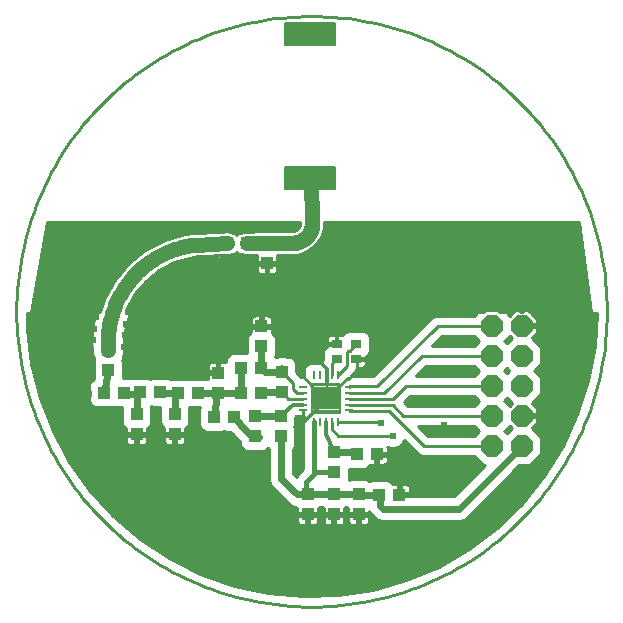
<source format=gtl>
G75*
%MOIN*%
%OFA0B0*%
%FSLAX25Y25*%
%IPPOS*%
%LPD*%
%AMOC8*
5,1,8,0,0,1.08239X$1,22.5*
%
%ADD10C,0.01000*%
%ADD11R,0.02756X0.00984*%
%ADD12R,0.00984X0.02756*%
%ADD13C,0.00700*%
%ADD14R,0.05000X0.02500*%
%ADD15C,0.00600*%
%ADD16OC8,0.07400*%
%ADD17R,0.04331X0.03937*%
%ADD18R,0.03937X0.04331*%
%ADD19R,0.03543X0.03150*%
%ADD20C,0.02381*%
%ADD21C,0.01200*%
%ADD22C,0.02400*%
%ADD23C,0.01600*%
%ADD24C,0.04961*%
D10*
X0033746Y0031676D02*
X0025861Y0040325D01*
X0019100Y0049877D01*
X0013563Y0060187D01*
X0009335Y0071100D01*
X0006481Y0082450D01*
X0005042Y0094064D01*
X0005042Y0099475D01*
X0027877Y0099475D01*
X0027290Y0097623D01*
X0026469Y0090203D01*
X0026469Y0090203D01*
X0026790Y0086484D01*
X0026882Y0085425D01*
X0027282Y0084654D01*
X0027282Y0084209D01*
X0027536Y0083597D01*
X0027282Y0082985D01*
X0027282Y0077516D01*
X0027351Y0077349D01*
X0026965Y0077189D01*
X0026160Y0076384D01*
X0025724Y0075332D01*
X0025724Y0070256D01*
X0026160Y0069204D01*
X0026965Y0068399D01*
X0028017Y0067963D01*
X0033486Y0067963D01*
X0034098Y0068217D01*
X0034710Y0067963D01*
X0036735Y0067963D01*
X0036735Y0062874D01*
X0037171Y0061822D01*
X0037976Y0061017D01*
X0038097Y0060967D01*
X0038097Y0059400D01*
X0041081Y0059400D01*
X0041081Y0058432D01*
X0038097Y0058432D01*
X0038097Y0056553D01*
X0038199Y0056172D01*
X0038397Y0055830D01*
X0038676Y0055550D01*
X0039018Y0055353D01*
X0039400Y0055251D01*
X0041081Y0055251D01*
X0041081Y0058432D01*
X0042050Y0058432D01*
X0042050Y0059400D01*
X0045034Y0059400D01*
X0045034Y0060967D01*
X0045155Y0061017D01*
X0045961Y0061822D01*
X0046396Y0062874D01*
X0046396Y0068271D01*
X0046810Y0068100D01*
X0049483Y0068100D01*
X0049483Y0062874D01*
X0049919Y0061822D01*
X0050724Y0061017D01*
X0050845Y0060967D01*
X0050845Y0059400D01*
X0053829Y0059400D01*
X0053829Y0058432D01*
X0050845Y0058432D01*
X0050845Y0056553D01*
X0050947Y0056172D01*
X0051145Y0055830D01*
X0051424Y0055550D01*
X0051766Y0055353D01*
X0052148Y0055251D01*
X0053829Y0055251D01*
X0053829Y0058432D01*
X0054798Y0058432D01*
X0054798Y0059400D01*
X0057782Y0059400D01*
X0057782Y0060967D01*
X0057904Y0061017D01*
X0058709Y0061822D01*
X0059144Y0062874D01*
X0059144Y0067916D01*
X0059210Y0067889D01*
X0062690Y0067889D01*
X0062424Y0067246D01*
X0062424Y0062170D01*
X0062860Y0061118D01*
X0063665Y0060313D01*
X0064717Y0059877D01*
X0070186Y0059877D01*
X0070798Y0060131D01*
X0071410Y0059877D01*
X0072773Y0059877D01*
X0073125Y0059525D01*
X0073504Y0059060D01*
X0073692Y0058958D01*
X0076190Y0056460D01*
X0076190Y0055516D01*
X0076626Y0054464D01*
X0077431Y0053659D01*
X0078483Y0053223D01*
X0083559Y0053223D01*
X0084611Y0053659D01*
X0085327Y0054375D01*
X0085613Y0054089D01*
X0085653Y0050147D01*
X0085653Y0043372D01*
X0086272Y0041879D01*
X0087414Y0040736D01*
X0092650Y0035500D01*
X0094143Y0034881D01*
X0094490Y0034881D01*
X0095019Y0034352D01*
X0095140Y0034302D01*
X0095140Y0032735D01*
X0098125Y0032735D01*
X0098125Y0031766D01*
X0099093Y0031766D01*
X0099093Y0028585D01*
X0100775Y0028585D01*
X0101156Y0028688D01*
X0101499Y0028885D01*
X0101778Y0029164D01*
X0101975Y0029506D01*
X0102077Y0029888D01*
X0102077Y0031766D01*
X0099093Y0031766D01*
X0099093Y0032735D01*
X0102077Y0032735D01*
X0102077Y0034302D01*
X0102199Y0034352D01*
X0102728Y0034881D01*
X0103238Y0034881D01*
X0103767Y0034352D01*
X0103889Y0034302D01*
X0103889Y0032735D01*
X0106873Y0032735D01*
X0106873Y0031766D01*
X0107841Y0031766D01*
X0107841Y0028585D01*
X0109523Y0028585D01*
X0109905Y0028688D01*
X0110247Y0028885D01*
X0110526Y0029164D01*
X0110723Y0029506D01*
X0110826Y0029888D01*
X0110826Y0031766D01*
X0107841Y0031766D01*
X0107841Y0032735D01*
X0110826Y0032735D01*
X0110826Y0034302D01*
X0110947Y0034352D01*
X0111476Y0034881D01*
X0111486Y0034881D01*
X0112015Y0034352D01*
X0112137Y0034302D01*
X0112137Y0032735D01*
X0115121Y0032735D01*
X0115121Y0031766D01*
X0116089Y0031766D01*
X0116089Y0028585D01*
X0117771Y0028585D01*
X0118153Y0028688D01*
X0118495Y0028885D01*
X0118774Y0029164D01*
X0118971Y0029506D01*
X0119074Y0029888D01*
X0119074Y0031766D01*
X0116089Y0031766D01*
X0116089Y0032735D01*
X0119074Y0032735D01*
X0119074Y0033357D01*
X0119272Y0032879D01*
X0120414Y0031736D01*
X0121414Y0030736D01*
X0122907Y0030118D01*
X0149736Y0030118D01*
X0151229Y0030736D01*
X0169118Y0048626D01*
X0172654Y0048626D01*
X0176498Y0052470D01*
X0176498Y0057906D01*
X0173253Y0061151D01*
X0175136Y0063034D01*
X0175136Y0064688D01*
X0170436Y0064688D01*
X0170436Y0065688D01*
X0175136Y0065688D01*
X0175136Y0067342D01*
X0173253Y0069224D01*
X0176498Y0072470D01*
X0176498Y0077906D01*
X0174216Y0080188D01*
X0176498Y0082470D01*
X0176498Y0087906D01*
X0173253Y0091151D01*
X0175136Y0093034D01*
X0175136Y0094688D01*
X0170436Y0094688D01*
X0170436Y0095688D01*
X0175136Y0095688D01*
X0175136Y0097342D01*
X0173002Y0099475D01*
X0194943Y0099475D01*
X0194250Y0088235D01*
X0194249Y0088235D01*
X0192099Y0076731D01*
X0188551Y0065579D01*
X0183660Y0054947D01*
X0177499Y0044996D01*
X0170162Y0035879D01*
X0161760Y0027732D01*
X0152421Y0020679D01*
X0142285Y0014827D01*
X0131508Y0010266D01*
X0120251Y0007063D01*
X0108687Y0005268D01*
X0096989Y0004907D01*
X0085336Y0005987D01*
X0073903Y0008491D01*
X0062865Y0012380D01*
X0052389Y0017597D01*
X0042633Y0024061D01*
X0033746Y0031676D01*
X0033776Y0031650D02*
X0095140Y0031650D01*
X0095140Y0031766D02*
X0095140Y0029888D01*
X0095243Y0029506D01*
X0095440Y0029164D01*
X0095719Y0028885D01*
X0096062Y0028688D01*
X0096443Y0028585D01*
X0098125Y0028585D01*
X0098125Y0031766D01*
X0095140Y0031766D01*
X0095140Y0030652D02*
X0034941Y0030652D01*
X0036107Y0029653D02*
X0095203Y0029653D01*
X0096185Y0028655D02*
X0037272Y0028655D01*
X0038438Y0027656D02*
X0161660Y0027656D01*
X0162712Y0028655D02*
X0118029Y0028655D01*
X0119011Y0029653D02*
X0163741Y0029653D01*
X0164771Y0030652D02*
X0151025Y0030652D01*
X0152143Y0031650D02*
X0165801Y0031650D01*
X0166831Y0032649D02*
X0153141Y0032649D01*
X0154140Y0033647D02*
X0167860Y0033647D01*
X0168890Y0034646D02*
X0155138Y0034646D01*
X0156137Y0035644D02*
X0169920Y0035644D01*
X0170162Y0035879D02*
X0170162Y0035879D01*
X0170777Y0036643D02*
X0157135Y0036643D01*
X0158134Y0037641D02*
X0171580Y0037641D01*
X0172384Y0038640D02*
X0159133Y0038640D01*
X0160131Y0039638D02*
X0173187Y0039638D01*
X0173991Y0040637D02*
X0161130Y0040637D01*
X0162128Y0041635D02*
X0174794Y0041635D01*
X0175597Y0042634D02*
X0163127Y0042634D01*
X0164125Y0043632D02*
X0176401Y0043632D01*
X0177204Y0044631D02*
X0165124Y0044631D01*
X0166122Y0045629D02*
X0177891Y0045629D01*
X0178509Y0046628D02*
X0167121Y0046628D01*
X0168119Y0047626D02*
X0179127Y0047626D01*
X0179745Y0048625D02*
X0169118Y0048625D01*
X0173652Y0049623D02*
X0180364Y0049623D01*
X0180982Y0050622D02*
X0174650Y0050622D01*
X0175649Y0051620D02*
X0181600Y0051620D01*
X0182218Y0052619D02*
X0176498Y0052619D01*
X0176498Y0053617D02*
X0182837Y0053617D01*
X0183455Y0054616D02*
X0176498Y0054616D01*
X0176498Y0055614D02*
X0183967Y0055614D01*
X0184426Y0056613D02*
X0176498Y0056613D01*
X0176498Y0057611D02*
X0184886Y0057611D01*
X0185345Y0058610D02*
X0175794Y0058610D01*
X0174795Y0059608D02*
X0185804Y0059608D01*
X0186264Y0060607D02*
X0173797Y0060607D01*
X0173707Y0061605D02*
X0186723Y0061605D01*
X0187183Y0062604D02*
X0174706Y0062604D01*
X0175136Y0063602D02*
X0187642Y0063602D01*
X0188101Y0064601D02*
X0175136Y0064601D01*
X0175136Y0066598D02*
X0188875Y0066598D01*
X0188558Y0065599D02*
X0170436Y0065599D01*
X0173882Y0068595D02*
X0189511Y0068595D01*
X0189828Y0069594D02*
X0173622Y0069594D01*
X0174620Y0070592D02*
X0190146Y0070592D01*
X0190464Y0071591D02*
X0175619Y0071591D01*
X0176498Y0072589D02*
X0190781Y0072589D01*
X0191099Y0073588D02*
X0176498Y0073588D01*
X0176498Y0074586D02*
X0191417Y0074586D01*
X0191734Y0075585D02*
X0176498Y0075585D01*
X0176498Y0076583D02*
X0192052Y0076583D01*
X0192258Y0077582D02*
X0176498Y0077582D01*
X0175824Y0078580D02*
X0192445Y0078580D01*
X0192631Y0079579D02*
X0174825Y0079579D01*
X0174606Y0080577D02*
X0192818Y0080577D01*
X0193005Y0081576D02*
X0175604Y0081576D01*
X0176498Y0082574D02*
X0193191Y0082574D01*
X0193378Y0083573D02*
X0176498Y0083573D01*
X0176498Y0084571D02*
X0193565Y0084571D01*
X0193751Y0085570D02*
X0176498Y0085570D01*
X0176498Y0086568D02*
X0193938Y0086568D01*
X0194125Y0087567D02*
X0176498Y0087567D01*
X0175839Y0088565D02*
X0194270Y0088565D01*
X0194331Y0089564D02*
X0174840Y0089564D01*
X0173842Y0090562D02*
X0194393Y0090562D01*
X0194455Y0091561D02*
X0173663Y0091561D01*
X0174661Y0092559D02*
X0194516Y0092559D01*
X0194578Y0093558D02*
X0175136Y0093558D01*
X0175136Y0094556D02*
X0194639Y0094556D01*
X0194701Y0095555D02*
X0170436Y0095555D01*
X0170436Y0099869D02*
X0169436Y0099869D01*
X0169436Y0100388D01*
X0167782Y0100388D01*
X0167263Y0099869D01*
X0162586Y0099869D01*
X0162083Y0100372D01*
X0157788Y0100372D01*
X0157285Y0099869D01*
X0037908Y0099869D01*
X0038267Y0101003D01*
X0040969Y0105914D01*
X0044576Y0110203D01*
X0048952Y0113706D01*
X0053926Y0116289D01*
X0059309Y0117851D01*
X0062046Y0118223D01*
X0072539Y0118650D01*
X0073569Y0119126D01*
X0074370Y0119126D01*
X0074937Y0119693D01*
X0075503Y0119126D01*
X0076231Y0119126D01*
X0077565Y0118601D01*
X0081666Y0118674D01*
X0081585Y0118369D01*
X0081585Y0116490D01*
X0084569Y0116490D01*
X0084569Y0115522D01*
X0081585Y0115522D01*
X0081585Y0113643D01*
X0081687Y0113262D01*
X0081884Y0112919D01*
X0082164Y0112640D01*
X0082506Y0112443D01*
X0082887Y0112340D01*
X0084569Y0112340D01*
X0084569Y0115522D01*
X0085537Y0115522D01*
X0085537Y0116490D01*
X0088522Y0116490D01*
X0088522Y0118369D01*
X0088419Y0118750D01*
X0088413Y0118762D01*
X0092876Y0118799D01*
X0092888Y0118794D01*
X0093663Y0118805D01*
X0094439Y0118812D01*
X0094452Y0118817D01*
X0095348Y0118830D01*
X0095348Y0118830D01*
X0098512Y0119911D01*
X0098513Y0119911D01*
X0101188Y0121916D01*
X0101188Y0121916D01*
X0101188Y0121916D01*
X0103112Y0124650D01*
X0103112Y0124651D01*
X0104098Y0127845D01*
X0104098Y0127845D01*
X0104085Y0128752D01*
X0104093Y0128773D01*
X0104073Y0129540D01*
X0104069Y0129774D01*
X0188958Y0129774D01*
X0193070Y0099869D01*
X0172609Y0099869D01*
X0172090Y0100388D01*
X0170436Y0100388D01*
X0170436Y0099869D01*
X0166869Y0099475D02*
X0165899Y0098505D01*
X0164929Y0099475D01*
X0166869Y0099475D01*
X0165944Y0098550D02*
X0165853Y0098550D01*
X0159936Y0095188D02*
X0141932Y0095188D01*
X0121810Y0075066D01*
X0112770Y0075066D01*
X0112495Y0074790D01*
X0112495Y0072822D02*
X0112613Y0072703D01*
X0124172Y0072703D01*
X0136656Y0085188D01*
X0159936Y0085188D01*
X0164840Y0089564D02*
X0165031Y0089564D01*
X0164936Y0089468D02*
X0164216Y0090188D01*
X0165899Y0091871D01*
X0166619Y0091151D01*
X0164936Y0089468D01*
X0164591Y0090562D02*
X0166030Y0090562D01*
X0166209Y0091561D02*
X0165589Y0091561D01*
X0155655Y0090188D02*
X0154018Y0088550D01*
X0140049Y0088550D01*
X0143324Y0091826D01*
X0154018Y0091826D01*
X0155655Y0090188D01*
X0155281Y0090562D02*
X0142061Y0090562D01*
X0141063Y0089564D02*
X0155031Y0089564D01*
X0154033Y0088565D02*
X0140064Y0088565D01*
X0143060Y0091561D02*
X0154282Y0091561D01*
X0154018Y0098550D02*
X0141263Y0098550D01*
X0140027Y0098038D01*
X0120417Y0078428D01*
X0112998Y0078428D01*
X0114424Y0079854D01*
X0114936Y0081090D01*
X0114936Y0083829D01*
X0115011Y0083829D01*
X0115011Y0084404D01*
X0117995Y0084404D01*
X0117995Y0084987D01*
X0118116Y0085037D01*
X0118921Y0085842D01*
X0119357Y0086894D01*
X0119357Y0091182D01*
X0118921Y0092234D01*
X0118116Y0093039D01*
X0117064Y0093475D01*
X0112382Y0093475D01*
X0111330Y0093039D01*
X0110525Y0092234D01*
X0110447Y0092046D01*
X0110196Y0092113D01*
X0108515Y0092113D01*
X0108515Y0089326D01*
X0107940Y0089326D01*
X0107940Y0092113D01*
X0106258Y0092113D01*
X0105876Y0092011D01*
X0105534Y0091813D01*
X0105255Y0091534D01*
X0105058Y0091192D01*
X0104955Y0090810D01*
X0104955Y0089326D01*
X0107940Y0089326D01*
X0107940Y0088751D01*
X0104955Y0088751D01*
X0104955Y0088168D01*
X0104834Y0088118D01*
X0104029Y0087313D01*
X0103593Y0086261D01*
X0103593Y0083893D01*
X0103326Y0083246D01*
X0103326Y0082869D01*
X0099721Y0082869D01*
X0098669Y0082433D01*
X0097864Y0081628D01*
X0097428Y0080576D01*
X0097428Y0078144D01*
X0096281Y0078144D01*
X0095620Y0078806D01*
X0094865Y0079561D01*
X0094865Y0082371D01*
X0094429Y0083423D01*
X0093624Y0084228D01*
X0092572Y0084664D01*
X0091801Y0084664D01*
X0090794Y0085081D01*
X0089456Y0085081D01*
X0088448Y0084664D01*
X0087603Y0084664D01*
X0087955Y0085516D01*
X0087955Y0090985D01*
X0087520Y0092037D01*
X0086715Y0092843D01*
X0086593Y0092893D01*
X0086593Y0094459D01*
X0083609Y0094459D01*
X0083609Y0095428D01*
X0082640Y0095428D01*
X0082640Y0094459D01*
X0079656Y0094459D01*
X0079656Y0092893D01*
X0079535Y0092843D01*
X0078730Y0092037D01*
X0078294Y0090985D01*
X0078294Y0085904D01*
X0073551Y0085904D01*
X0072499Y0085469D01*
X0071694Y0084663D01*
X0071259Y0083611D01*
X0071259Y0083009D01*
X0070884Y0083109D01*
X0069203Y0083109D01*
X0069203Y0079928D01*
X0068234Y0079928D01*
X0068234Y0078959D01*
X0065250Y0078959D01*
X0065250Y0077393D01*
X0065154Y0077353D01*
X0064679Y0077550D01*
X0059210Y0077550D01*
X0058598Y0077297D01*
X0057986Y0077550D01*
X0052789Y0077550D01*
X0052279Y0077761D01*
X0046810Y0077761D01*
X0046198Y0077508D01*
X0045586Y0077761D01*
X0040117Y0077761D01*
X0039788Y0077625D01*
X0036944Y0077625D01*
X0036944Y0082985D01*
X0036690Y0083597D01*
X0036944Y0084209D01*
X0036944Y0084501D01*
X0037527Y0086344D01*
X0037436Y0087403D01*
X0037337Y0090072D01*
X0037924Y0095374D01*
X0039222Y0099475D01*
X0154943Y0099475D01*
X0154018Y0098550D01*
X0085510Y0098550D01*
X0085672Y0098507D02*
X0085291Y0098609D01*
X0083609Y0098609D01*
X0083609Y0095428D01*
X0086593Y0095428D01*
X0086593Y0097306D01*
X0086491Y0097688D01*
X0086294Y0098030D01*
X0086014Y0098309D01*
X0085672Y0098507D01*
X0086527Y0097552D02*
X0139541Y0097552D01*
X0138543Y0096553D02*
X0086593Y0096553D01*
X0086593Y0095555D02*
X0137544Y0095555D01*
X0136546Y0094556D02*
X0083609Y0094556D01*
X0082640Y0094556D02*
X0037833Y0094556D01*
X0037723Y0093558D02*
X0079656Y0093558D01*
X0079252Y0092559D02*
X0037612Y0092559D01*
X0037502Y0091561D02*
X0078532Y0091561D01*
X0078294Y0090562D02*
X0037391Y0090562D01*
X0037356Y0089564D02*
X0078294Y0089564D01*
X0078294Y0088565D02*
X0037393Y0088565D01*
X0037430Y0087567D02*
X0078294Y0087567D01*
X0078294Y0086568D02*
X0037508Y0086568D01*
X0037282Y0085570D02*
X0072744Y0085570D01*
X0071656Y0084571D02*
X0036966Y0084571D01*
X0036700Y0083573D02*
X0071259Y0083573D01*
X0069203Y0082574D02*
X0068234Y0082574D01*
X0068234Y0083109D02*
X0066552Y0083109D01*
X0066171Y0083007D01*
X0065829Y0082809D01*
X0065550Y0082530D01*
X0065352Y0082188D01*
X0065250Y0081806D01*
X0065250Y0079928D01*
X0068234Y0079928D01*
X0068234Y0083109D01*
X0068234Y0081576D02*
X0069203Y0081576D01*
X0069203Y0080577D02*
X0068234Y0080577D01*
X0068234Y0079579D02*
X0036944Y0079579D01*
X0036944Y0080577D02*
X0065250Y0080577D01*
X0065250Y0081576D02*
X0036944Y0081576D01*
X0036944Y0082574D02*
X0065594Y0082574D01*
X0065250Y0078580D02*
X0036944Y0078580D01*
X0046019Y0077582D02*
X0046377Y0077582D01*
X0052712Y0077582D02*
X0065250Y0077582D01*
X0062569Y0067596D02*
X0059144Y0067596D01*
X0059144Y0066598D02*
X0062424Y0066598D01*
X0062424Y0065599D02*
X0059144Y0065599D01*
X0059144Y0064601D02*
X0062424Y0064601D01*
X0062424Y0063602D02*
X0059144Y0063602D01*
X0059032Y0062604D02*
X0062424Y0062604D01*
X0062658Y0061605D02*
X0058492Y0061605D01*
X0057782Y0060607D02*
X0063371Y0060607D01*
X0057782Y0059608D02*
X0073042Y0059608D01*
X0074040Y0058610D02*
X0054798Y0058610D01*
X0054798Y0058432D02*
X0057782Y0058432D01*
X0057782Y0056553D01*
X0057680Y0056172D01*
X0057483Y0055830D01*
X0057203Y0055550D01*
X0056861Y0055353D01*
X0056480Y0055251D01*
X0054798Y0055251D01*
X0054798Y0058432D01*
X0054798Y0057611D02*
X0053829Y0057611D01*
X0053829Y0056613D02*
X0054798Y0056613D01*
X0054798Y0055614D02*
X0053829Y0055614D01*
X0051360Y0055614D02*
X0044519Y0055614D01*
X0044455Y0055550D02*
X0044734Y0055830D01*
X0044932Y0056172D01*
X0045034Y0056553D01*
X0045034Y0058432D01*
X0042050Y0058432D01*
X0042050Y0055251D01*
X0043732Y0055251D01*
X0044113Y0055353D01*
X0044455Y0055550D01*
X0045034Y0056613D02*
X0050845Y0056613D01*
X0050845Y0057611D02*
X0045034Y0057611D01*
X0045034Y0059608D02*
X0050845Y0059608D01*
X0050845Y0060607D02*
X0045034Y0060607D01*
X0045744Y0061605D02*
X0050136Y0061605D01*
X0049595Y0062604D02*
X0046284Y0062604D01*
X0046396Y0063602D02*
X0049483Y0063602D01*
X0049483Y0064601D02*
X0046396Y0064601D01*
X0046396Y0065599D02*
X0049483Y0065599D01*
X0049483Y0066598D02*
X0046396Y0066598D01*
X0046396Y0067596D02*
X0049483Y0067596D01*
X0053829Y0058610D02*
X0042050Y0058610D01*
X0041081Y0058610D02*
X0014410Y0058610D01*
X0013874Y0059608D02*
X0038097Y0059608D01*
X0038097Y0060607D02*
X0013400Y0060607D01*
X0013014Y0061605D02*
X0037388Y0061605D01*
X0036847Y0062604D02*
X0012627Y0062604D01*
X0012240Y0063602D02*
X0036735Y0063602D01*
X0036735Y0064601D02*
X0011853Y0064601D01*
X0011466Y0065599D02*
X0036735Y0065599D01*
X0036735Y0066598D02*
X0011079Y0066598D01*
X0010693Y0067596D02*
X0036735Y0067596D01*
X0026769Y0068595D02*
X0010306Y0068595D01*
X0009919Y0069594D02*
X0025998Y0069594D01*
X0025724Y0070592D02*
X0009532Y0070592D01*
X0009212Y0071591D02*
X0025724Y0071591D01*
X0025724Y0072589D02*
X0008961Y0072589D01*
X0008710Y0073588D02*
X0025724Y0073588D01*
X0025724Y0074586D02*
X0008459Y0074586D01*
X0008207Y0075585D02*
X0025829Y0075585D01*
X0026359Y0076583D02*
X0007956Y0076583D01*
X0007705Y0077582D02*
X0027282Y0077582D01*
X0027282Y0078580D02*
X0007454Y0078580D01*
X0007203Y0079579D02*
X0027282Y0079579D01*
X0027282Y0080577D02*
X0006952Y0080577D01*
X0006701Y0081576D02*
X0027282Y0081576D01*
X0027282Y0082574D02*
X0006465Y0082574D01*
X0006342Y0083573D02*
X0027525Y0083573D01*
X0027282Y0084571D02*
X0006218Y0084571D01*
X0006094Y0085570D02*
X0026869Y0085570D01*
X0026783Y0086568D02*
X0005971Y0086568D01*
X0005847Y0087567D02*
X0026697Y0087567D01*
X0026611Y0088565D02*
X0005723Y0088565D01*
X0005600Y0089564D02*
X0026524Y0089564D01*
X0026509Y0090562D02*
X0005476Y0090562D01*
X0005353Y0091561D02*
X0026619Y0091561D01*
X0026730Y0092559D02*
X0005229Y0092559D01*
X0005105Y0093558D02*
X0026841Y0093558D01*
X0026951Y0094556D02*
X0005042Y0094556D01*
X0005042Y0095555D02*
X0027062Y0095555D01*
X0027172Y0096553D02*
X0005042Y0096553D01*
X0005042Y0097552D02*
X0027283Y0097552D01*
X0027290Y0097623D02*
X0027290Y0097623D01*
X0027584Y0098550D02*
X0005042Y0098550D01*
X0006455Y0099869D02*
X0011755Y0129774D01*
X0096135Y0129774D01*
X0096145Y0129396D01*
X0096119Y0128987D01*
X0095876Y0128202D01*
X0095404Y0127530D01*
X0094746Y0127038D01*
X0093969Y0126772D01*
X0093559Y0126734D01*
X0085789Y0126670D01*
X0085771Y0126677D01*
X0085002Y0126663D01*
X0084232Y0126657D01*
X0084214Y0126649D01*
X0077424Y0126529D01*
X0076282Y0126032D01*
X0075503Y0126032D01*
X0074937Y0125466D01*
X0074370Y0126032D01*
X0073688Y0126032D01*
X0072217Y0126572D01*
X0062282Y0126169D01*
X0062193Y0126197D01*
X0061497Y0126137D01*
X0060799Y0126108D01*
X0060715Y0126069D01*
X0057824Y0125820D01*
X0057824Y0125820D01*
X0050915Y0123814D01*
X0050915Y0123814D01*
X0044530Y0120500D01*
X0038914Y0116004D01*
X0034284Y0110498D01*
X0030816Y0104195D01*
X0029447Y0099869D01*
X0006455Y0099869D01*
X0006576Y0100547D02*
X0029662Y0100547D01*
X0029978Y0101546D02*
X0006753Y0101546D01*
X0006930Y0102544D02*
X0030294Y0102544D01*
X0030610Y0103543D02*
X0007107Y0103543D01*
X0007283Y0104541D02*
X0031007Y0104541D01*
X0030816Y0104195D02*
X0030816Y0104195D01*
X0031556Y0105540D02*
X0007460Y0105540D01*
X0007637Y0106538D02*
X0032105Y0106538D01*
X0032655Y0107537D02*
X0007814Y0107537D01*
X0007991Y0108535D02*
X0033204Y0108535D01*
X0033753Y0109534D02*
X0008168Y0109534D01*
X0008345Y0110532D02*
X0034313Y0110532D01*
X0034284Y0110498D02*
X0034284Y0110498D01*
X0035152Y0111531D02*
X0008522Y0111531D01*
X0008699Y0112530D02*
X0035992Y0112530D01*
X0036832Y0113528D02*
X0008876Y0113528D01*
X0009053Y0114527D02*
X0037672Y0114527D01*
X0038512Y0115525D02*
X0009230Y0115525D01*
X0009407Y0116524D02*
X0039564Y0116524D01*
X0038914Y0116004D02*
X0038914Y0116004D01*
X0038914Y0116004D01*
X0040811Y0117522D02*
X0009584Y0117522D01*
X0009761Y0118521D02*
X0042058Y0118521D01*
X0043305Y0119519D02*
X0009938Y0119519D01*
X0010115Y0120518D02*
X0044564Y0120518D01*
X0044530Y0120500D02*
X0044530Y0120500D01*
X0046487Y0121516D02*
X0010292Y0121516D01*
X0010469Y0122515D02*
X0048411Y0122515D01*
X0050334Y0123513D02*
X0010646Y0123513D01*
X0010823Y0124512D02*
X0053317Y0124512D01*
X0056758Y0125510D02*
X0010999Y0125510D01*
X0011176Y0126509D02*
X0070649Y0126509D01*
X0072390Y0126509D02*
X0077378Y0126509D01*
X0074981Y0125510D02*
X0074892Y0125510D01*
X0074763Y0119519D02*
X0075110Y0119519D01*
X0069359Y0118521D02*
X0081625Y0118521D01*
X0081585Y0117522D02*
X0058176Y0117522D01*
X0054735Y0116524D02*
X0081585Y0116524D01*
X0081585Y0114527D02*
X0050531Y0114527D01*
X0048729Y0113528D02*
X0081615Y0113528D01*
X0082355Y0112530D02*
X0047482Y0112530D01*
X0046235Y0111531D02*
X0191466Y0111531D01*
X0191329Y0112530D02*
X0087751Y0112530D01*
X0087601Y0112443D02*
X0087943Y0112640D01*
X0088222Y0112919D01*
X0088419Y0113262D01*
X0088522Y0113643D01*
X0088522Y0115522D01*
X0085537Y0115522D01*
X0085537Y0112340D01*
X0087219Y0112340D01*
X0087601Y0112443D01*
X0088491Y0113528D02*
X0191191Y0113528D01*
X0191054Y0114527D02*
X0088522Y0114527D01*
X0088522Y0116524D02*
X0190780Y0116524D01*
X0190642Y0117522D02*
X0088522Y0117522D01*
X0088481Y0118521D02*
X0190505Y0118521D01*
X0190368Y0119519D02*
X0097365Y0119519D01*
X0099322Y0120518D02*
X0190230Y0120518D01*
X0190093Y0121516D02*
X0100654Y0121516D01*
X0101609Y0122515D02*
X0189956Y0122515D01*
X0189819Y0123513D02*
X0102312Y0123513D01*
X0103015Y0124512D02*
X0189681Y0124512D01*
X0189544Y0125510D02*
X0103378Y0125510D01*
X0103686Y0126509D02*
X0189407Y0126509D01*
X0189269Y0127507D02*
X0103994Y0127507D01*
X0104088Y0128506D02*
X0189132Y0128506D01*
X0188995Y0129504D02*
X0104074Y0129504D01*
X0096142Y0129504D02*
X0011707Y0129504D01*
X0011530Y0128506D02*
X0095970Y0128506D01*
X0095372Y0127507D02*
X0011353Y0127507D01*
X0039664Y0103543D02*
X0192564Y0103543D01*
X0192427Y0104541D02*
X0040214Y0104541D01*
X0040763Y0105540D02*
X0192290Y0105540D01*
X0192153Y0106538D02*
X0041494Y0106538D01*
X0042334Y0107537D02*
X0192015Y0107537D01*
X0191878Y0108535D02*
X0043174Y0108535D01*
X0044014Y0109534D02*
X0191741Y0109534D01*
X0191603Y0110532D02*
X0044988Y0110532D01*
X0052455Y0115525D02*
X0084569Y0115525D01*
X0085537Y0115525D02*
X0190917Y0115525D01*
X0192702Y0102544D02*
X0039115Y0102544D01*
X0038566Y0101546D02*
X0192839Y0101546D01*
X0192976Y0100547D02*
X0038123Y0100547D01*
X0038929Y0098550D02*
X0080740Y0098550D01*
X0080577Y0098507D02*
X0080235Y0098309D01*
X0079956Y0098030D01*
X0079758Y0097688D01*
X0079656Y0097306D01*
X0079656Y0095428D01*
X0082640Y0095428D01*
X0082640Y0098609D01*
X0080959Y0098609D01*
X0080577Y0098507D01*
X0079722Y0097552D02*
X0038613Y0097552D01*
X0038297Y0096553D02*
X0079656Y0096553D01*
X0079656Y0095555D02*
X0037981Y0095555D01*
X0038097Y0057611D02*
X0014946Y0057611D01*
X0015482Y0056613D02*
X0038097Y0056613D01*
X0038612Y0055614D02*
X0016019Y0055614D01*
X0016555Y0054616D02*
X0076563Y0054616D01*
X0076190Y0055614D02*
X0057267Y0055614D01*
X0057782Y0056613D02*
X0076037Y0056613D01*
X0075039Y0057611D02*
X0057782Y0057611D01*
X0042050Y0057611D02*
X0041081Y0057611D01*
X0041081Y0056613D02*
X0042050Y0056613D01*
X0042050Y0055614D02*
X0041081Y0055614D01*
X0024227Y0042634D02*
X0085959Y0042634D01*
X0085653Y0043632D02*
X0023520Y0043632D01*
X0022813Y0044631D02*
X0085653Y0044631D01*
X0085653Y0045629D02*
X0022106Y0045629D01*
X0021399Y0046628D02*
X0085653Y0046628D01*
X0085653Y0047626D02*
X0020693Y0047626D01*
X0019986Y0048625D02*
X0085653Y0048625D01*
X0085653Y0049623D02*
X0019279Y0049623D01*
X0018700Y0050622D02*
X0085648Y0050622D01*
X0085638Y0051620D02*
X0018163Y0051620D01*
X0017627Y0052619D02*
X0085628Y0052619D01*
X0085618Y0053617D02*
X0084510Y0053617D01*
X0077531Y0053617D02*
X0017091Y0053617D01*
X0024934Y0041635D02*
X0086515Y0041635D01*
X0087514Y0040637D02*
X0025640Y0040637D01*
X0026487Y0039638D02*
X0088512Y0039638D01*
X0089511Y0038640D02*
X0027397Y0038640D01*
X0028308Y0037641D02*
X0090509Y0037641D01*
X0091508Y0036643D02*
X0029218Y0036643D01*
X0030128Y0035644D02*
X0092506Y0035644D01*
X0094725Y0034646D02*
X0031038Y0034646D01*
X0031949Y0033647D02*
X0095140Y0033647D01*
X0098125Y0032649D02*
X0032859Y0032649D01*
X0039603Y0026658D02*
X0160337Y0026658D01*
X0159015Y0025659D02*
X0040769Y0025659D01*
X0041934Y0024661D02*
X0157693Y0024661D01*
X0156371Y0023662D02*
X0043236Y0023662D01*
X0044743Y0022663D02*
X0155048Y0022663D01*
X0153726Y0021665D02*
X0046250Y0021665D01*
X0047757Y0020666D02*
X0152399Y0020666D01*
X0150669Y0019668D02*
X0049264Y0019668D01*
X0050771Y0018669D02*
X0148940Y0018669D01*
X0147211Y0017671D02*
X0052278Y0017671D01*
X0054246Y0016672D02*
X0145481Y0016672D01*
X0143752Y0015674D02*
X0056251Y0015674D01*
X0058257Y0014675D02*
X0141926Y0014675D01*
X0139567Y0013677D02*
X0060262Y0013677D01*
X0062267Y0012678D02*
X0137208Y0012678D01*
X0134849Y0011680D02*
X0064853Y0011680D01*
X0067687Y0010681D02*
X0132490Y0010681D01*
X0129460Y0009683D02*
X0070521Y0009683D01*
X0073354Y0008684D02*
X0125950Y0008684D01*
X0122441Y0007686D02*
X0077579Y0007686D01*
X0082138Y0006687D02*
X0117832Y0006687D01*
X0111399Y0005689D02*
X0088555Y0005689D01*
X0098125Y0028655D02*
X0099093Y0028655D01*
X0099093Y0029653D02*
X0098125Y0029653D01*
X0098125Y0030652D02*
X0099093Y0030652D01*
X0099093Y0031650D02*
X0098125Y0031650D01*
X0099093Y0032649D02*
X0106873Y0032649D01*
X0106873Y0031766D02*
X0103889Y0031766D01*
X0103889Y0029888D01*
X0103991Y0029506D01*
X0104188Y0029164D01*
X0104467Y0028885D01*
X0104810Y0028688D01*
X0105191Y0028585D01*
X0106873Y0028585D01*
X0106873Y0031766D01*
X0106873Y0031650D02*
X0107841Y0031650D01*
X0107841Y0030652D02*
X0106873Y0030652D01*
X0106873Y0029653D02*
X0107841Y0029653D01*
X0107841Y0028655D02*
X0106873Y0028655D01*
X0104933Y0028655D02*
X0101033Y0028655D01*
X0102015Y0029653D02*
X0103951Y0029653D01*
X0103889Y0030652D02*
X0102077Y0030652D01*
X0102077Y0031650D02*
X0103889Y0031650D01*
X0103889Y0033647D02*
X0102077Y0033647D01*
X0102493Y0034646D02*
X0103473Y0034646D01*
X0107841Y0032649D02*
X0115121Y0032649D01*
X0115121Y0031766D02*
X0112137Y0031766D01*
X0112137Y0029888D01*
X0112239Y0029506D01*
X0112436Y0029164D01*
X0112716Y0028885D01*
X0113058Y0028688D01*
X0113439Y0028585D01*
X0115121Y0028585D01*
X0115121Y0031766D01*
X0115121Y0031650D02*
X0116089Y0031650D01*
X0116089Y0030652D02*
X0115121Y0030652D01*
X0115121Y0029653D02*
X0116089Y0029653D01*
X0116089Y0028655D02*
X0115121Y0028655D01*
X0113181Y0028655D02*
X0109781Y0028655D01*
X0110763Y0029653D02*
X0112199Y0029653D01*
X0112137Y0030652D02*
X0110826Y0030652D01*
X0110826Y0031650D02*
X0112137Y0031650D01*
X0112137Y0033647D02*
X0110826Y0033647D01*
X0111241Y0034646D02*
X0111721Y0034646D01*
X0116089Y0032649D02*
X0119502Y0032649D01*
X0119074Y0031650D02*
X0120500Y0031650D01*
X0121618Y0030652D02*
X0119074Y0030652D01*
X0128660Y0039302D02*
X0128660Y0042286D01*
X0127094Y0042286D01*
X0127043Y0042407D01*
X0126238Y0043213D01*
X0125186Y0043648D01*
X0119717Y0043648D01*
X0119268Y0043462D01*
X0119195Y0043535D01*
X0118143Y0043971D01*
X0113067Y0043971D01*
X0112253Y0043634D01*
X0112381Y0043941D01*
X0112381Y0047495D01*
X0117686Y0047495D01*
X0118738Y0047931D01*
X0119543Y0048736D01*
X0119594Y0048857D01*
X0121160Y0048857D01*
X0121160Y0051841D01*
X0122129Y0051841D01*
X0122129Y0052810D01*
X0125310Y0052810D01*
X0125310Y0054492D01*
X0125213Y0054854D01*
X0126122Y0054477D01*
X0127734Y0054477D01*
X0129224Y0055094D01*
X0130364Y0056235D01*
X0130713Y0057077D01*
X0135452Y0052337D01*
X0136688Y0051826D01*
X0154018Y0051826D01*
X0157218Y0048626D01*
X0157629Y0048626D01*
X0147245Y0038242D01*
X0132810Y0038242D01*
X0132810Y0038333D01*
X0129629Y0038333D01*
X0129629Y0039302D01*
X0132810Y0039302D01*
X0132810Y0040984D01*
X0132708Y0041365D01*
X0132510Y0041707D01*
X0132231Y0041986D01*
X0131889Y0042184D01*
X0131507Y0042286D01*
X0129629Y0042286D01*
X0129629Y0039302D01*
X0128660Y0039302D01*
X0128660Y0039638D02*
X0129629Y0039638D01*
X0129629Y0038640D02*
X0147643Y0038640D01*
X0148641Y0039638D02*
X0132810Y0039638D01*
X0132810Y0040637D02*
X0149640Y0040637D01*
X0150638Y0041635D02*
X0132552Y0041635D01*
X0129629Y0041635D02*
X0128660Y0041635D01*
X0128660Y0040637D02*
X0129629Y0040637D01*
X0126817Y0042634D02*
X0151637Y0042634D01*
X0152635Y0043632D02*
X0125225Y0043632D01*
X0124007Y0048857D02*
X0122129Y0048857D01*
X0122129Y0051841D01*
X0125310Y0051841D01*
X0125310Y0050160D01*
X0125208Y0049778D01*
X0125010Y0049436D01*
X0124731Y0049157D01*
X0124389Y0048959D01*
X0124007Y0048857D01*
X0125118Y0049623D02*
X0156220Y0049623D01*
X0155221Y0050622D02*
X0125310Y0050622D01*
X0125310Y0051620D02*
X0154223Y0051620D01*
X0157628Y0048625D02*
X0119432Y0048625D01*
X0118004Y0047626D02*
X0156629Y0047626D01*
X0155631Y0046628D02*
X0112381Y0046628D01*
X0112381Y0045629D02*
X0154632Y0045629D01*
X0153634Y0044631D02*
X0112381Y0044631D01*
X0118961Y0043632D02*
X0119678Y0043632D01*
X0121160Y0049623D02*
X0122129Y0049623D01*
X0122129Y0050622D02*
X0121160Y0050622D01*
X0121160Y0051620D02*
X0122129Y0051620D01*
X0122129Y0052619D02*
X0135171Y0052619D01*
X0134173Y0053617D02*
X0125310Y0053617D01*
X0125276Y0054616D02*
X0125788Y0054616D01*
X0126928Y0058530D02*
X0108818Y0058530D01*
X0106688Y0060660D01*
X0106688Y0063077D01*
X0108656Y0063077D02*
X0122774Y0063077D01*
X0122991Y0062861D01*
X0125747Y0066798D02*
X0112613Y0066798D01*
X0112495Y0066916D01*
X0112613Y0068766D02*
X0112495Y0068885D01*
X0112613Y0068766D02*
X0126928Y0068766D01*
X0130507Y0065188D01*
X0159936Y0065188D01*
X0164810Y0069594D02*
X0166250Y0069594D01*
X0166619Y0069224D02*
X0165899Y0068505D01*
X0164216Y0070188D01*
X0164936Y0070907D01*
X0166619Y0069224D01*
X0165989Y0068595D02*
X0165809Y0068595D01*
X0165251Y0070592D02*
X0164620Y0070592D01*
X0159936Y0075188D02*
X0131381Y0075188D01*
X0126928Y0070735D01*
X0112613Y0070735D01*
X0112495Y0070853D01*
X0109211Y0075066D02*
X0111967Y0077822D01*
X0111967Y0077428D02*
X0114329Y0079003D01*
X0114148Y0079579D02*
X0121568Y0079579D01*
X0122566Y0080577D02*
X0114723Y0080577D01*
X0115011Y0081042D02*
X0116692Y0081042D01*
X0117074Y0081144D01*
X0117416Y0081342D01*
X0117695Y0081621D01*
X0117893Y0081963D01*
X0117995Y0082345D01*
X0117995Y0083829D01*
X0115011Y0083829D01*
X0115011Y0081042D01*
X0115011Y0081576D02*
X0114936Y0081576D01*
X0114936Y0082574D02*
X0115011Y0082574D01*
X0115011Y0083573D02*
X0114936Y0083573D01*
X0114936Y0084404D02*
X0114936Y0084496D01*
X0115011Y0084571D01*
X0115011Y0084404D01*
X0114936Y0084404D01*
X0112562Y0086877D02*
X0111967Y0086877D01*
X0111574Y0086483D01*
X0111574Y0081759D01*
X0108656Y0078841D01*
X0108656Y0078629D01*
X0106688Y0078629D02*
X0106688Y0082577D01*
X0108227Y0084117D01*
X0112562Y0086877D02*
X0114723Y0089038D01*
X0119357Y0088565D02*
X0130554Y0088565D01*
X0129556Y0087567D02*
X0119357Y0087567D01*
X0119222Y0086568D02*
X0128557Y0086568D01*
X0127559Y0085570D02*
X0118649Y0085570D01*
X0117995Y0084571D02*
X0126560Y0084571D01*
X0125562Y0083573D02*
X0117995Y0083573D01*
X0117995Y0082574D02*
X0124563Y0082574D01*
X0123565Y0081576D02*
X0117650Y0081576D01*
X0120569Y0078580D02*
X0113150Y0078580D01*
X0109211Y0075066D02*
X0108818Y0075066D01*
X0104719Y0070853D02*
X0096333Y0062467D01*
X0096219Y0062467D01*
X0096944Y0063192D01*
X0096944Y0066916D01*
X0096944Y0065422D02*
X0096944Y0064924D01*
X0097428Y0064924D01*
X0097428Y0064549D01*
X0097120Y0063806D01*
X0097120Y0047264D01*
X0096141Y0046285D01*
X0095111Y0045254D01*
X0094898Y0044742D01*
X0093777Y0045862D01*
X0093777Y0049382D01*
X0093786Y0049402D01*
X0093777Y0050188D01*
X0093777Y0050976D01*
X0093769Y0050996D01*
X0093737Y0054173D01*
X0094028Y0054464D01*
X0094463Y0055516D01*
X0094463Y0060985D01*
X0094210Y0061597D01*
X0094463Y0062209D01*
X0094463Y0064878D01*
X0094749Y0065164D01*
X0094987Y0065026D01*
X0095368Y0064924D01*
X0096944Y0064924D01*
X0096944Y0065422D01*
X0096944Y0065422D01*
X0097428Y0064601D02*
X0094463Y0064601D01*
X0094463Y0063602D02*
X0097120Y0063602D01*
X0097120Y0062604D02*
X0094463Y0062604D01*
X0094213Y0061605D02*
X0097120Y0061605D01*
X0097120Y0060607D02*
X0094463Y0060607D01*
X0094463Y0059608D02*
X0097120Y0059608D01*
X0097120Y0058610D02*
X0094463Y0058610D01*
X0094463Y0057611D02*
X0097120Y0057611D01*
X0097120Y0056613D02*
X0094463Y0056613D01*
X0094463Y0055614D02*
X0097120Y0055614D01*
X0097120Y0054616D02*
X0094090Y0054616D01*
X0093742Y0053617D02*
X0097120Y0053617D01*
X0097120Y0052619D02*
X0093753Y0052619D01*
X0093763Y0051620D02*
X0097120Y0051620D01*
X0097120Y0050622D02*
X0093777Y0050622D01*
X0093783Y0049623D02*
X0097120Y0049623D01*
X0097120Y0048625D02*
X0093777Y0048625D01*
X0093777Y0047626D02*
X0097120Y0047626D01*
X0096484Y0046628D02*
X0093777Y0046628D01*
X0094011Y0045629D02*
X0095486Y0045629D01*
X0096944Y0070853D02*
X0092125Y0070853D01*
X0090034Y0072944D01*
X0093715Y0074180D02*
X0093715Y0075955D01*
X0090034Y0079637D01*
X0088042Y0079637D01*
X0090125Y0081719D01*
X0092796Y0084571D02*
X0103593Y0084571D01*
X0103593Y0085570D02*
X0087955Y0085570D01*
X0087955Y0086568D02*
X0103720Y0086568D01*
X0104283Y0087567D02*
X0087955Y0087567D01*
X0087955Y0088565D02*
X0104955Y0088565D01*
X0104955Y0089564D02*
X0087955Y0089564D01*
X0087955Y0090562D02*
X0104955Y0090562D01*
X0105282Y0091561D02*
X0087717Y0091561D01*
X0086998Y0092559D02*
X0110850Y0092559D01*
X0108515Y0091561D02*
X0107940Y0091561D01*
X0107940Y0090562D02*
X0108515Y0090562D01*
X0108515Y0089564D02*
X0107940Y0089564D01*
X0103461Y0083573D02*
X0094280Y0083573D01*
X0094781Y0082574D02*
X0099009Y0082574D01*
X0097842Y0081576D02*
X0094865Y0081576D01*
X0094865Y0080577D02*
X0097428Y0080577D01*
X0097428Y0079579D02*
X0094865Y0079579D01*
X0095845Y0078580D02*
X0097428Y0078580D01*
X0096613Y0078609D02*
X0100156Y0075066D01*
X0096944Y0072822D02*
X0095074Y0072822D01*
X0093715Y0074180D01*
X0086593Y0093558D02*
X0135547Y0093558D01*
X0134548Y0092559D02*
X0118596Y0092559D01*
X0119200Y0091561D02*
X0133550Y0091561D01*
X0132551Y0090562D02*
X0119357Y0090562D01*
X0119357Y0089564D02*
X0131553Y0089564D01*
X0138049Y0081826D02*
X0134773Y0078550D01*
X0154018Y0078550D01*
X0155655Y0080188D01*
X0154018Y0081826D01*
X0138049Y0081826D01*
X0137799Y0081576D02*
X0154267Y0081576D01*
X0155266Y0080577D02*
X0136801Y0080577D01*
X0135802Y0079579D02*
X0155046Y0079579D01*
X0154048Y0078580D02*
X0134803Y0078580D01*
X0132773Y0071826D02*
X0130698Y0069751D01*
X0131899Y0068550D01*
X0154018Y0068550D01*
X0155655Y0070188D01*
X0154018Y0071826D01*
X0132773Y0071826D01*
X0132538Y0071591D02*
X0154253Y0071591D01*
X0155251Y0070592D02*
X0131540Y0070592D01*
X0130856Y0069594D02*
X0155061Y0069594D01*
X0154063Y0068595D02*
X0131854Y0068595D01*
X0125747Y0066798D02*
X0137357Y0055188D01*
X0159936Y0055188D01*
X0164795Y0059608D02*
X0165076Y0059608D01*
X0164936Y0059468D02*
X0164216Y0060188D01*
X0165899Y0061871D01*
X0166619Y0061151D01*
X0164936Y0059468D01*
X0164635Y0060607D02*
X0166075Y0060607D01*
X0166164Y0061605D02*
X0165634Y0061605D01*
X0155655Y0060188D02*
X0154018Y0058550D01*
X0138750Y0058550D01*
X0135474Y0061826D01*
X0154018Y0061826D01*
X0155655Y0060188D01*
X0155236Y0060607D02*
X0136693Y0060607D01*
X0137691Y0059608D02*
X0155076Y0059608D01*
X0154078Y0058610D02*
X0138690Y0058610D01*
X0135694Y0061605D02*
X0154238Y0061605D01*
X0164936Y0079468D02*
X0164216Y0080188D01*
X0164936Y0080907D01*
X0165655Y0080188D01*
X0164936Y0079468D01*
X0164825Y0079579D02*
X0165046Y0079579D01*
X0165266Y0080577D02*
X0164606Y0080577D01*
X0174881Y0067596D02*
X0189193Y0067596D01*
X0194763Y0096553D02*
X0175136Y0096553D01*
X0174926Y0097552D02*
X0194824Y0097552D01*
X0194886Y0098550D02*
X0173927Y0098550D01*
X0132176Y0055614D02*
X0129743Y0055614D01*
X0130520Y0056613D02*
X0131177Y0056613D01*
X0133174Y0054616D02*
X0128068Y0054616D01*
X0001500Y0099916D02*
X0001530Y0102331D01*
X0001619Y0104745D01*
X0001767Y0107156D01*
X0001974Y0109562D01*
X0002240Y0111963D01*
X0002565Y0114357D01*
X0002949Y0116741D01*
X0003391Y0119116D01*
X0003891Y0121479D01*
X0004449Y0123829D01*
X0005065Y0126165D01*
X0005738Y0128485D01*
X0006467Y0130787D01*
X0007253Y0133071D01*
X0008095Y0135335D01*
X0008991Y0137578D01*
X0009943Y0139798D01*
X0010949Y0141994D01*
X0012008Y0144165D01*
X0013121Y0146309D01*
X0014286Y0148425D01*
X0015502Y0150512D01*
X0016769Y0152568D01*
X0018086Y0154593D01*
X0019453Y0156585D01*
X0020868Y0158542D01*
X0022330Y0160465D01*
X0023839Y0162350D01*
X0025395Y0164199D01*
X0026995Y0166008D01*
X0028638Y0167778D01*
X0030325Y0169507D01*
X0032054Y0171194D01*
X0033824Y0172837D01*
X0035633Y0174437D01*
X0037482Y0175993D01*
X0039367Y0177502D01*
X0041290Y0178964D01*
X0043247Y0180379D01*
X0045239Y0181746D01*
X0047264Y0183063D01*
X0049320Y0184330D01*
X0051407Y0185546D01*
X0053523Y0186711D01*
X0055667Y0187824D01*
X0057838Y0188883D01*
X0060034Y0189889D01*
X0062254Y0190841D01*
X0064497Y0191737D01*
X0066761Y0192579D01*
X0069045Y0193365D01*
X0071347Y0194094D01*
X0073667Y0194767D01*
X0076003Y0195383D01*
X0078353Y0195941D01*
X0080716Y0196441D01*
X0083091Y0196883D01*
X0085475Y0197267D01*
X0087869Y0197592D01*
X0090270Y0197858D01*
X0092676Y0198065D01*
X0095087Y0198213D01*
X0097501Y0198302D01*
X0099916Y0198332D01*
X0102331Y0198302D01*
X0104745Y0198213D01*
X0107156Y0198065D01*
X0109562Y0197858D01*
X0111963Y0197592D01*
X0114357Y0197267D01*
X0116741Y0196883D01*
X0119116Y0196441D01*
X0121479Y0195941D01*
X0123829Y0195383D01*
X0126165Y0194767D01*
X0128485Y0194094D01*
X0130787Y0193365D01*
X0133071Y0192579D01*
X0135335Y0191737D01*
X0137578Y0190841D01*
X0139798Y0189889D01*
X0141994Y0188883D01*
X0144165Y0187824D01*
X0146309Y0186711D01*
X0148425Y0185546D01*
X0150512Y0184330D01*
X0152568Y0183063D01*
X0154593Y0181746D01*
X0156585Y0180379D01*
X0158542Y0178964D01*
X0160465Y0177502D01*
X0162350Y0175993D01*
X0164199Y0174437D01*
X0166008Y0172837D01*
X0167778Y0171194D01*
X0169507Y0169507D01*
X0171194Y0167778D01*
X0172837Y0166008D01*
X0174437Y0164199D01*
X0175993Y0162350D01*
X0177502Y0160465D01*
X0178964Y0158542D01*
X0180379Y0156585D01*
X0181746Y0154593D01*
X0183063Y0152568D01*
X0184330Y0150512D01*
X0185546Y0148425D01*
X0186711Y0146309D01*
X0187824Y0144165D01*
X0188883Y0141994D01*
X0189889Y0139798D01*
X0190841Y0137578D01*
X0191737Y0135335D01*
X0192579Y0133071D01*
X0193365Y0130787D01*
X0194094Y0128485D01*
X0194767Y0126165D01*
X0195383Y0123829D01*
X0195941Y0121479D01*
X0196441Y0119116D01*
X0196883Y0116741D01*
X0197267Y0114357D01*
X0197592Y0111963D01*
X0197858Y0109562D01*
X0198065Y0107156D01*
X0198213Y0104745D01*
X0198302Y0102331D01*
X0198332Y0099916D01*
X0198302Y0097501D01*
X0198213Y0095087D01*
X0198065Y0092676D01*
X0197858Y0090270D01*
X0197592Y0087869D01*
X0197267Y0085475D01*
X0196883Y0083091D01*
X0196441Y0080716D01*
X0195941Y0078353D01*
X0195383Y0076003D01*
X0194767Y0073667D01*
X0194094Y0071347D01*
X0193365Y0069045D01*
X0192579Y0066761D01*
X0191737Y0064497D01*
X0190841Y0062254D01*
X0189889Y0060034D01*
X0188883Y0057838D01*
X0187824Y0055667D01*
X0186711Y0053523D01*
X0185546Y0051407D01*
X0184330Y0049320D01*
X0183063Y0047264D01*
X0181746Y0045239D01*
X0180379Y0043247D01*
X0178964Y0041290D01*
X0177502Y0039367D01*
X0175993Y0037482D01*
X0174437Y0035633D01*
X0172837Y0033824D01*
X0171194Y0032054D01*
X0169507Y0030325D01*
X0167778Y0028638D01*
X0166008Y0026995D01*
X0164199Y0025395D01*
X0162350Y0023839D01*
X0160465Y0022330D01*
X0158542Y0020868D01*
X0156585Y0019453D01*
X0154593Y0018086D01*
X0152568Y0016769D01*
X0150512Y0015502D01*
X0148425Y0014286D01*
X0146309Y0013121D01*
X0144165Y0012008D01*
X0141994Y0010949D01*
X0139798Y0009943D01*
X0137578Y0008991D01*
X0135335Y0008095D01*
X0133071Y0007253D01*
X0130787Y0006467D01*
X0128485Y0005738D01*
X0126165Y0005065D01*
X0123829Y0004449D01*
X0121479Y0003891D01*
X0119116Y0003391D01*
X0116741Y0002949D01*
X0114357Y0002565D01*
X0111963Y0002240D01*
X0109562Y0001974D01*
X0107156Y0001767D01*
X0104745Y0001619D01*
X0102331Y0001530D01*
X0099916Y0001500D01*
X0097501Y0001530D01*
X0095087Y0001619D01*
X0092676Y0001767D01*
X0090270Y0001974D01*
X0087869Y0002240D01*
X0085475Y0002565D01*
X0083091Y0002949D01*
X0080716Y0003391D01*
X0078353Y0003891D01*
X0076003Y0004449D01*
X0073667Y0005065D01*
X0071347Y0005738D01*
X0069045Y0006467D01*
X0066761Y0007253D01*
X0064497Y0008095D01*
X0062254Y0008991D01*
X0060034Y0009943D01*
X0057838Y0010949D01*
X0055667Y0012008D01*
X0053523Y0013121D01*
X0051407Y0014286D01*
X0049320Y0015502D01*
X0047264Y0016769D01*
X0045239Y0018086D01*
X0043247Y0019453D01*
X0041290Y0020868D01*
X0039367Y0022330D01*
X0037482Y0023839D01*
X0035633Y0025395D01*
X0033824Y0026995D01*
X0032054Y0028638D01*
X0030325Y0030325D01*
X0028638Y0032054D01*
X0026995Y0033824D01*
X0025395Y0035633D01*
X0023839Y0037482D01*
X0022330Y0039367D01*
X0020868Y0041290D01*
X0019453Y0043247D01*
X0018086Y0045239D01*
X0016769Y0047264D01*
X0015502Y0049320D01*
X0014286Y0051407D01*
X0013121Y0053523D01*
X0012008Y0055667D01*
X0010949Y0057838D01*
X0009943Y0060034D01*
X0008991Y0062254D01*
X0008095Y0064497D01*
X0007253Y0066761D01*
X0006467Y0069045D01*
X0005738Y0071347D01*
X0005065Y0073667D01*
X0004449Y0076003D01*
X0003891Y0078353D01*
X0003391Y0080716D01*
X0002949Y0083091D01*
X0002565Y0085475D01*
X0002240Y0087869D01*
X0001974Y0090270D01*
X0001767Y0092676D01*
X0001619Y0095087D01*
X0001530Y0097501D01*
X0001500Y0099916D01*
X0082640Y0098550D02*
X0083609Y0098550D01*
X0083609Y0097552D02*
X0082640Y0097552D01*
X0082640Y0096553D02*
X0083609Y0096553D01*
X0083609Y0095555D02*
X0082640Y0095555D01*
X0084569Y0112530D02*
X0085537Y0112530D01*
X0085537Y0113528D02*
X0084569Y0113528D01*
X0084569Y0114527D02*
X0085537Y0114527D01*
D11*
X0096944Y0074790D03*
X0096944Y0072822D03*
X0096944Y0070853D03*
X0096944Y0068885D03*
X0096944Y0066916D03*
X0112495Y0066916D03*
X0112495Y0068885D03*
X0112495Y0070853D03*
X0112495Y0072822D03*
X0112495Y0074790D03*
D12*
X0108656Y0078629D03*
X0106688Y0078629D03*
X0104719Y0078629D03*
X0102751Y0078629D03*
X0100782Y0078629D03*
X0100782Y0063077D03*
X0102751Y0063077D03*
X0104719Y0063077D03*
X0106688Y0063077D03*
X0108656Y0063077D03*
D13*
X0109444Y0066129D02*
X0109444Y0075577D01*
X0099995Y0075577D01*
X0099995Y0066129D01*
X0109444Y0066129D01*
X0109444Y0066164D02*
X0099995Y0066164D01*
X0099995Y0066862D02*
X0109444Y0066862D01*
X0109444Y0067561D02*
X0099995Y0067561D01*
X0099995Y0068259D02*
X0109444Y0068259D01*
X0109444Y0068958D02*
X0099995Y0068958D01*
X0099995Y0069656D02*
X0109444Y0069656D01*
X0109444Y0070355D02*
X0099995Y0070355D01*
X0099995Y0071053D02*
X0109444Y0071053D01*
X0109444Y0071752D02*
X0099995Y0071752D01*
X0099995Y0072450D02*
X0109444Y0072450D01*
X0109444Y0073149D02*
X0099995Y0073149D01*
X0099995Y0073847D02*
X0109444Y0073847D01*
X0109444Y0074546D02*
X0099995Y0074546D01*
X0099995Y0075244D02*
X0109444Y0075244D01*
D14*
X0104719Y0070853D03*
X0099452Y0144786D03*
D15*
X0107818Y0144549D02*
X0091085Y0144549D01*
X0091085Y0143951D02*
X0107818Y0143951D01*
X0107818Y0143352D02*
X0091085Y0143352D01*
X0091085Y0142754D02*
X0107818Y0142754D01*
X0107818Y0142155D02*
X0091085Y0142155D01*
X0091085Y0141557D02*
X0107818Y0141557D01*
X0107818Y0140958D02*
X0091085Y0140958D01*
X0091085Y0140849D02*
X0091085Y0147936D01*
X0107818Y0147936D01*
X0107818Y0140849D01*
X0091085Y0140849D01*
X0091085Y0145148D02*
X0107818Y0145148D01*
X0107818Y0145746D02*
X0091085Y0145746D01*
X0091085Y0146345D02*
X0107818Y0146345D01*
X0107818Y0146943D02*
X0091085Y0146943D01*
X0091085Y0147542D02*
X0107818Y0147542D01*
X0107818Y0188881D02*
X0091085Y0188881D01*
X0091085Y0195967D01*
X0107818Y0195967D01*
X0107818Y0188881D01*
X0107818Y0189438D02*
X0091085Y0189438D01*
X0091085Y0190036D02*
X0107818Y0190036D01*
X0107818Y0190635D02*
X0091085Y0190635D01*
X0091085Y0191233D02*
X0107818Y0191233D01*
X0107818Y0191832D02*
X0091085Y0191832D01*
X0091085Y0192430D02*
X0107818Y0192430D01*
X0107818Y0193029D02*
X0091085Y0193029D01*
X0091085Y0193627D02*
X0107818Y0193627D01*
X0107818Y0194226D02*
X0091085Y0194226D01*
X0091085Y0194824D02*
X0107818Y0194824D01*
X0107818Y0195423D02*
X0091085Y0195423D01*
D16*
X0159936Y0095188D03*
X0169936Y0095188D03*
X0169936Y0085188D03*
X0159936Y0085188D03*
X0159936Y0075188D03*
X0169936Y0075188D03*
X0169936Y0065188D03*
X0159936Y0065188D03*
X0159936Y0055188D03*
X0169936Y0055188D03*
D17*
X0129144Y0038818D03*
X0122452Y0038818D03*
X0121644Y0052326D03*
X0114952Y0052326D03*
X0107353Y0053172D03*
X0107353Y0046479D03*
X0083144Y0072837D03*
X0076452Y0072837D03*
X0076286Y0081074D03*
X0082979Y0081074D03*
X0074144Y0064708D03*
X0067452Y0064708D03*
X0061944Y0072719D03*
X0055252Y0072719D03*
X0049544Y0072930D03*
X0042852Y0072930D03*
X0037444Y0072794D03*
X0030752Y0072794D03*
X0071590Y0122579D03*
X0078283Y0122579D03*
D18*
X0085053Y0122699D03*
X0085053Y0116006D03*
X0083125Y0094944D03*
X0083125Y0088251D03*
X0090034Y0079637D03*
X0090034Y0072944D03*
X0089633Y0064944D03*
X0089633Y0058251D03*
X0081021Y0058251D03*
X0081021Y0064944D03*
X0068718Y0072751D03*
X0068718Y0079444D03*
X0054314Y0065609D03*
X0054314Y0058916D03*
X0041566Y0058916D03*
X0041566Y0065609D03*
X0032113Y0080251D03*
X0032113Y0086944D03*
X0098609Y0038944D03*
X0098609Y0032251D03*
X0107357Y0032251D03*
X0107357Y0038944D03*
X0115605Y0038944D03*
X0115605Y0032251D03*
D19*
X0114723Y0084117D03*
X0114723Y0089038D03*
X0108227Y0089038D03*
X0108227Y0084117D03*
D20*
X0116515Y0079680D03*
X0121315Y0084080D03*
X0127315Y0092080D03*
X0123715Y0098080D03*
X0123715Y0106480D03*
X0115715Y0106480D03*
X0107715Y0101280D03*
X0100515Y0095280D03*
X0096115Y0102080D03*
X0090997Y0106214D03*
X0090871Y0112214D03*
X0090159Y0117286D03*
X0094884Y0117611D03*
X0098427Y0118595D03*
X0101403Y0120563D03*
X0104159Y0123661D03*
X0105537Y0127477D03*
X0110459Y0127326D03*
X0115315Y0127280D03*
X0123315Y0127280D03*
X0132115Y0127280D03*
X0140515Y0127280D03*
X0149315Y0127280D03*
X0157715Y0127280D03*
X0167315Y0127280D03*
X0176515Y0127280D03*
X0185715Y0127280D03*
X0188115Y0121680D03*
X0190115Y0114480D03*
X0191315Y0105680D03*
X0190915Y0095280D03*
X0189715Y0085680D03*
X0187715Y0076480D03*
X0184515Y0066480D03*
X0180115Y0056480D03*
X0173715Y0046880D03*
X0167715Y0038880D03*
X0159715Y0031680D03*
X0150915Y0024480D03*
X0142915Y0027280D03*
X0141315Y0019680D03*
X0134515Y0027680D03*
X0130515Y0022480D03*
X0131315Y0014480D03*
X0120115Y0011680D03*
X0120115Y0019680D03*
X0121315Y0027280D03*
X0111315Y0026880D03*
X0106915Y0019680D03*
X0102515Y0026880D03*
X0092515Y0032080D03*
X0088115Y0037680D03*
X0083315Y0043280D03*
X0082515Y0050080D03*
X0073315Y0054880D03*
X0067315Y0058880D03*
X0060515Y0059280D03*
X0061315Y0065280D03*
X0048115Y0064880D03*
X0048115Y0058880D03*
X0048515Y0052880D03*
X0054515Y0052080D03*
X0056515Y0042480D03*
X0065715Y0048880D03*
X0072915Y0042080D03*
X0065315Y0034080D03*
X0068515Y0023680D03*
X0070115Y0013680D03*
X0078515Y0022080D03*
X0078115Y0032080D03*
X0092515Y0020480D03*
X0082115Y0010480D03*
X0094915Y0008880D03*
X0107715Y0009680D03*
X0134515Y0039680D03*
X0135315Y0045680D03*
X0134115Y0051280D03*
X0128115Y0052080D03*
X0128115Y0045680D03*
X0122115Y0045680D03*
X0116115Y0045680D03*
X0126928Y0058530D03*
X0122991Y0062861D03*
X0132915Y0070080D03*
X0138915Y0080080D03*
X0144115Y0090080D03*
X0152515Y0090080D03*
X0151715Y0080480D03*
X0152915Y0070480D03*
X0144115Y0062080D03*
X0152915Y0060080D03*
X0153315Y0050480D03*
X0151715Y0045280D03*
X0147715Y0040880D03*
X0143715Y0045280D03*
X0146515Y0050480D03*
X0140115Y0050480D03*
X0141315Y0039680D03*
X0096115Y0081680D03*
X0090115Y0088480D03*
X0090115Y0094880D03*
X0082915Y0101680D03*
X0085114Y0110593D03*
X0079996Y0112759D03*
X0076255Y0117089D03*
X0079684Y0117286D03*
X0072515Y0117286D03*
X0068115Y0117680D03*
X0063315Y0117280D03*
X0059315Y0116480D03*
X0054725Y0115274D03*
X0050331Y0113070D03*
X0046928Y0110467D03*
X0043925Y0107267D03*
X0040934Y0103070D03*
X0038731Y0099661D03*
X0037918Y0095655D03*
X0037873Y0091952D03*
X0037512Y0088092D03*
X0039315Y0084480D03*
X0039315Y0078880D03*
X0044915Y0078480D03*
X0050915Y0078480D03*
X0057315Y0078880D03*
X0055315Y0086880D03*
X0059715Y0094480D03*
X0052153Y0095196D03*
X0059437Y0102086D03*
X0063715Y0108480D03*
X0068115Y0100480D03*
X0075715Y0094880D03*
X0075715Y0089280D03*
X0069715Y0086080D03*
X0064115Y0078880D03*
X0045715Y0086880D03*
X0044959Y0097070D03*
X0051956Y0104842D03*
X0040515Y0118874D03*
X0036718Y0115470D03*
X0033125Y0111274D03*
X0030922Y0106677D03*
X0029125Y0102080D03*
X0028115Y0098080D03*
X0027315Y0094080D03*
X0026915Y0090480D03*
X0026515Y0086880D03*
X0026115Y0082080D03*
X0026115Y0077680D03*
X0025715Y0072480D03*
X0027715Y0067280D03*
X0020915Y0066880D03*
X0016915Y0061280D03*
X0025315Y0058480D03*
X0021315Y0052880D03*
X0026915Y0044880D03*
X0030915Y0050880D03*
X0036515Y0045680D03*
X0041315Y0052880D03*
X0035315Y0058880D03*
X0035315Y0064880D03*
X0018515Y0077280D03*
X0010915Y0079280D03*
X0009315Y0088880D03*
X0018115Y0087680D03*
X0018115Y0097680D03*
X0008515Y0098480D03*
X0008915Y0108480D03*
X0010515Y0118080D03*
X0012915Y0124080D03*
X0017315Y0128092D03*
X0019715Y0119680D03*
X0027315Y0127896D03*
X0028915Y0118880D03*
X0036522Y0127896D03*
X0045328Y0128092D03*
X0048522Y0124277D03*
X0044515Y0122074D03*
X0052915Y0125680D03*
X0057315Y0127083D03*
X0061918Y0127489D03*
X0066928Y0127692D03*
X0072515Y0127889D03*
X0077715Y0127889D03*
X0082915Y0128086D03*
X0088115Y0128283D03*
X0092915Y0128480D03*
X0102624Y0110677D03*
X0110199Y0116976D03*
X0119715Y0116880D03*
X0127715Y0116880D03*
X0136515Y0116880D03*
X0144915Y0116880D03*
X0153715Y0116880D03*
X0162115Y0116880D03*
X0171715Y0116880D03*
X0180915Y0116880D03*
X0176915Y0106480D03*
X0167715Y0106480D03*
X0158115Y0106480D03*
X0149715Y0106480D03*
X0140915Y0106480D03*
X0132515Y0106480D03*
X0132115Y0098080D03*
X0095715Y0060880D03*
X0095715Y0056880D03*
X0095715Y0052880D03*
X0095715Y0048880D03*
X0059315Y0018480D03*
X0050115Y0024080D03*
X0052115Y0033680D03*
X0044915Y0042080D03*
X0033315Y0037280D03*
X0040915Y0030080D03*
X0013315Y0070480D03*
X0019715Y0108480D03*
X0074515Y0108080D03*
D21*
X0101315Y0084480D02*
X0104915Y0080880D01*
X0104915Y0075280D01*
X0096944Y0068885D02*
X0093574Y0068885D01*
X0089633Y0064944D01*
X0104719Y0063077D02*
X0104719Y0059030D01*
X0107353Y0053172D01*
D22*
X0114235Y0053042D01*
X0114952Y0052326D01*
X0115605Y0038944D02*
X0107357Y0038944D01*
X0098609Y0038944D01*
X0094952Y0038944D01*
X0089715Y0044180D01*
X0089715Y0050168D01*
X0089633Y0058251D01*
X0082550Y0058180D02*
X0081021Y0058251D01*
X0080215Y0058180D02*
X0082550Y0058180D01*
X0080215Y0058180D02*
X0076144Y0062251D01*
X0074144Y0064708D01*
X0067452Y0064708D02*
X0068252Y0072684D01*
X0063180Y0072684D01*
X0061944Y0072719D01*
X0055252Y0072719D02*
X0054215Y0072719D01*
X0054314Y0072621D01*
X0054314Y0065609D01*
X0054215Y0072719D02*
X0051333Y0072719D01*
X0049544Y0072930D01*
X0042852Y0072930D02*
X0041215Y0072530D01*
X0041566Y0072180D01*
X0041566Y0065609D01*
X0041215Y0072530D02*
X0038908Y0072530D01*
X0037444Y0072794D01*
X0030752Y0072794D02*
X0031952Y0080089D01*
X0032113Y0080251D01*
X0068252Y0072684D02*
X0068718Y0072751D01*
X0076365Y0072751D01*
X0076452Y0072837D01*
X0076286Y0073003D01*
X0076286Y0081074D01*
X0082979Y0081074D02*
X0082979Y0088105D01*
X0083125Y0088251D01*
X0082979Y0081074D02*
X0084416Y0079637D01*
X0088042Y0079637D01*
X0090034Y0072944D02*
X0083251Y0072944D01*
X0083144Y0072837D01*
X0081021Y0064944D02*
X0089633Y0064944D01*
X0115605Y0038944D02*
X0115731Y0038818D01*
X0122452Y0038818D01*
X0122715Y0038554D01*
X0122715Y0035180D01*
X0123715Y0034180D01*
X0148928Y0034180D01*
X0169936Y0055188D01*
D23*
X0107353Y0046479D02*
X0100983Y0046479D01*
X0100957Y0046481D01*
X0100931Y0046486D01*
X0100906Y0046494D01*
X0100883Y0046506D01*
X0100861Y0046521D01*
X0100841Y0046538D01*
X0100824Y0046558D01*
X0100809Y0046580D01*
X0100797Y0046603D01*
X0100789Y0046628D01*
X0100784Y0046654D01*
X0100782Y0046680D01*
X0100782Y0045747D01*
X0098215Y0043180D01*
X0098215Y0039337D01*
X0098609Y0038944D01*
X0100782Y0046680D02*
X0100782Y0063077D01*
D24*
X0061748Y0122179D02*
X0060965Y0122102D01*
X0060184Y0122006D01*
X0059406Y0121891D01*
X0058631Y0121758D01*
X0057859Y0121605D01*
X0057091Y0121434D01*
X0056327Y0121245D01*
X0055568Y0121037D01*
X0054815Y0120811D01*
X0054067Y0120567D01*
X0053325Y0120305D01*
X0052590Y0120024D01*
X0051862Y0119727D01*
X0051141Y0119411D01*
X0050428Y0119079D01*
X0049724Y0118729D01*
X0049027Y0118362D01*
X0048340Y0117979D01*
X0047663Y0117579D01*
X0046995Y0117163D01*
X0046338Y0116731D01*
X0045691Y0116283D01*
X0045055Y0115819D01*
X0044431Y0115341D01*
X0043818Y0114847D01*
X0043218Y0114339D01*
X0042630Y0113816D01*
X0042054Y0113280D01*
X0041492Y0112729D01*
X0040944Y0112165D01*
X0040409Y0111589D01*
X0039888Y0110999D01*
X0039381Y0110397D01*
X0038890Y0109783D01*
X0038413Y0109157D01*
X0037952Y0108520D01*
X0037506Y0107871D01*
X0037076Y0107213D01*
X0036661Y0106544D01*
X0036264Y0105865D01*
X0035882Y0105177D01*
X0035518Y0104480D01*
X0035170Y0103774D01*
X0034840Y0103060D01*
X0034527Y0102338D01*
X0034231Y0101609D01*
X0033953Y0100873D01*
X0033693Y0100131D01*
X0033451Y0099382D01*
X0033228Y0098628D01*
X0033022Y0097868D01*
X0032835Y0097104D01*
X0032666Y0096336D01*
X0032516Y0095563D01*
X0032385Y0094788D01*
X0032273Y0094009D01*
X0032179Y0093228D01*
X0032104Y0092445D01*
X0032048Y0091660D01*
X0032012Y0090874D01*
X0031994Y0090088D01*
X0031995Y0089301D01*
X0032015Y0088514D01*
X0032054Y0087729D01*
X0032113Y0086944D01*
X0061748Y0122179D02*
X0071590Y0122579D01*
X0078283Y0122579D02*
X0085053Y0122699D01*
X0093618Y0122770D01*
X0093617Y0122769D02*
X0093777Y0122773D01*
X0093936Y0122781D01*
X0094095Y0122793D01*
X0094253Y0122809D01*
X0094411Y0122829D01*
X0094569Y0122852D01*
X0094726Y0122879D01*
X0094882Y0122910D01*
X0095037Y0122945D01*
X0095192Y0122984D01*
X0095345Y0123026D01*
X0095498Y0123072D01*
X0095649Y0123122D01*
X0095799Y0123175D01*
X0095948Y0123232D01*
X0096095Y0123292D01*
X0096241Y0123356D01*
X0096385Y0123424D01*
X0096528Y0123495D01*
X0096669Y0123569D01*
X0096808Y0123647D01*
X0096945Y0123728D01*
X0097080Y0123813D01*
X0097213Y0123900D01*
X0097344Y0123991D01*
X0097472Y0124085D01*
X0097599Y0124182D01*
X0097722Y0124282D01*
X0097844Y0124385D01*
X0097963Y0124491D01*
X0098079Y0124600D01*
X0098193Y0124712D01*
X0098304Y0124826D01*
X0098412Y0124943D01*
X0098517Y0125063D01*
X0098620Y0125185D01*
X0098719Y0125309D01*
X0098815Y0125436D01*
X0098908Y0125565D01*
X0098999Y0125696D01*
X0099086Y0125830D01*
X0099169Y0125965D01*
X0099250Y0126103D01*
X0099327Y0126242D01*
X0099400Y0126384D01*
X0099470Y0126526D01*
X0099537Y0126671D01*
X0099600Y0126817D01*
X0099660Y0126965D01*
X0099716Y0127114D01*
X0099768Y0127264D01*
X0099817Y0127416D01*
X0099862Y0127569D01*
X0099904Y0127723D01*
X0099941Y0127877D01*
X0099975Y0128033D01*
X0100005Y0128189D01*
X0100032Y0128347D01*
X0100054Y0128504D01*
X0100073Y0128662D01*
X0100088Y0128821D01*
X0100099Y0128980D01*
X0100106Y0129139D01*
X0100110Y0129298D01*
X0100109Y0129457D01*
X0100109Y0129458D02*
X0099715Y0144522D01*
X0099716Y0144522D02*
X0099714Y0144552D01*
X0099709Y0144581D01*
X0099701Y0144609D01*
X0099690Y0144637D01*
X0099676Y0144662D01*
X0099658Y0144687D01*
X0099639Y0144709D01*
X0099617Y0144728D01*
X0099592Y0144746D01*
X0099567Y0144760D01*
X0099539Y0144771D01*
X0099511Y0144779D01*
X0099482Y0144784D01*
X0099452Y0144786D01*
M02*

</source>
